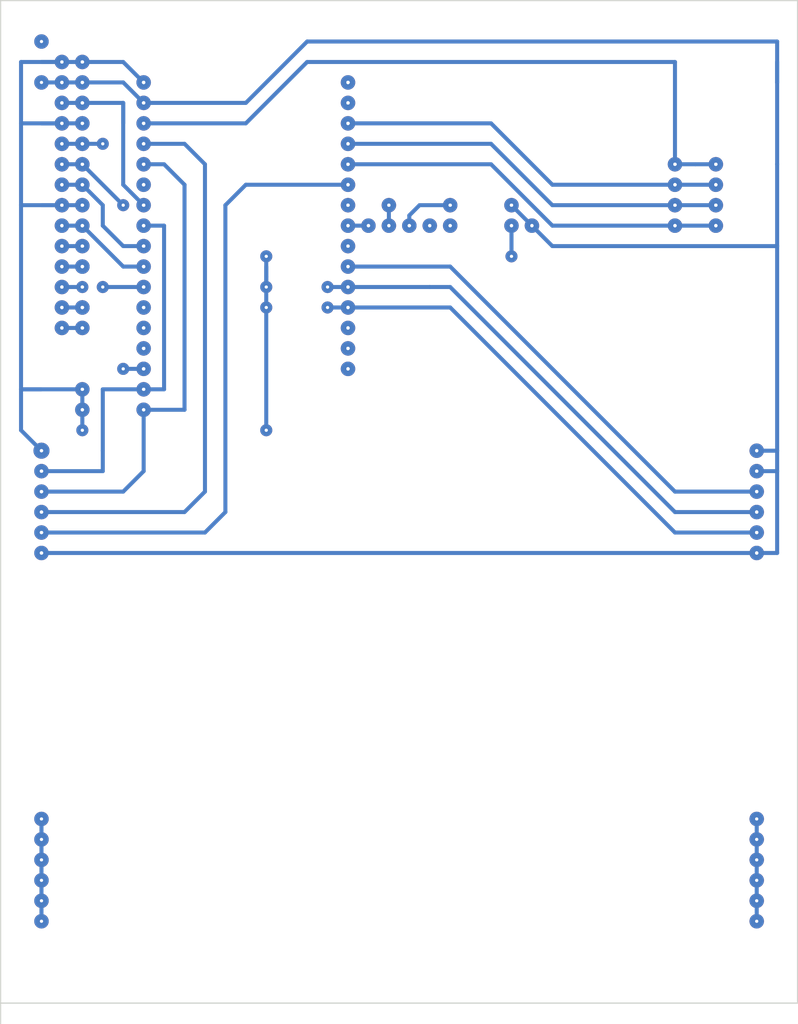
<source format=kicad_pcb>
(kicad_pcb (version 20171130) (host pcbnew "(5.0.1-3-g963ef8bb5)")

  (general
    (thickness 1.6)
    (drawings 4)
    (tracks 638)
    (zones 0)
    (modules 0)
    (nets 1)
  )

  (page A4)
  (layers
    (0 F.Cu signal)
    (31 B.Cu signal)
    (32 B.Adhes user)
    (33 F.Adhes user)
    (34 B.Paste user)
    (35 F.Paste user)
    (36 B.SilkS user)
    (37 F.SilkS user)
    (38 B.Mask user)
    (39 F.Mask user)
    (40 Dwgs.User user)
    (41 Cmts.User user)
    (42 Eco1.User user)
    (43 Eco2.User user)
    (44 Edge.Cuts user)
    (45 Margin user)
    (46 B.CrtYd user)
    (47 F.CrtYd user)
    (48 B.Fab user)
    (49 F.Fab user)
  )

  (setup
    (last_trace_width 0.5)
    (trace_clearance 0.2)
    (zone_clearance 0.508)
    (zone_45_only no)
    (trace_min 0.2)
    (segment_width 0.2)
    (edge_width 0.15)
    (via_size 1.8)
    (via_drill 0.4)
    (via_min_size 0.4)
    (via_min_drill 0.3)
    (uvia_size 0.3)
    (uvia_drill 0.1)
    (uvias_allowed no)
    (uvia_min_size 0.2)
    (uvia_min_drill 0.1)
    (pcb_text_width 0.3)
    (pcb_text_size 1.5 1.5)
    (mod_edge_width 0.15)
    (mod_text_size 1 1)
    (mod_text_width 0.15)
    (pad_size 1.524 1.524)
    (pad_drill 0.762)
    (pad_to_mask_clearance 0.051)
    (solder_mask_min_width 0.25)
    (aux_axis_origin 0 0)
    (visible_elements FFFFF77F)
    (pcbplotparams
      (layerselection 0x010fc_ffffffff)
      (usegerberextensions false)
      (usegerberattributes false)
      (usegerberadvancedattributes false)
      (creategerberjobfile false)
      (excludeedgelayer true)
      (linewidth 0.150000)
      (plotframeref false)
      (viasonmask false)
      (mode 1)
      (useauxorigin false)
      (hpglpennumber 1)
      (hpglpenspeed 20)
      (hpglpendiameter 15.000000)
      (psnegative false)
      (psa4output false)
      (plotreference true)
      (plotvalue true)
      (plotinvisibletext false)
      (padsonsilk false)
      (subtractmaskfromsilk false)
      (outputformat 1)
      (mirror false)
      (drillshape 1)
      (scaleselection 1)
      (outputdirectory ""))
  )

  (net 0 "")

  (net_class Default "This is the default net class."
    (clearance 0.2)
    (trace_width 0.5)
    (via_dia 1.8)
    (via_drill 0.4)
    (uvia_dia 0.3)
    (uvia_drill 0.1)
  )

  (net_class neti ""
    (clearance 0.2)
    (trace_width 0.5)
    (via_dia 3)
    (via_drill 0.4)
    (uvia_dia 0.3)
    (uvia_drill 0.1)
  )

  (gr_line (start 142.24 142.24) (end 43.18 142.24) (layer Edge.Cuts) (width 0.15))
  (gr_line (start 142.24 17.78) (end 142.24 142.24) (layer Edge.Cuts) (width 0.15))
  (gr_line (start 43.18 17.78) (end 142.24 17.78) (layer Edge.Cuts) (width 0.15))
  (gr_line (start 43.18 144.78) (end 43.18 17.78) (layer Edge.Cuts) (width 0.15))

  (via (at 60.96 27.94) (size 0.8) (drill 0.4) (layers F.Cu B.Cu) (net 0))
  (via (at 60.96 30.48) (size 0.8) (drill 0.4) (layers F.Cu B.Cu) (net 0))
  (via (at 60.96 33.02) (size 0.8) (drill 0.4) (layers F.Cu B.Cu) (net 0))
  (via (at 60.96 35.56) (size 0.8) (drill 0.4) (layers F.Cu B.Cu) (net 0))
  (via (at 60.96 38.1) (size 0.8) (drill 0.4) (layers F.Cu B.Cu) (net 0))
  (via (at 60.96 38.1) (size 0.8) (drill 0.4) (layers F.Cu B.Cu) (net 0) (tstamp 5C68311F))
  (via (at 60.96 38.1) (size 0.8) (drill 0.4) (layers F.Cu B.Cu) (net 0))
  (via (at 60.96 40.64) (size 0.8) (drill 0.4) (layers F.Cu B.Cu) (net 0))
  (via (at 60.96 43.18) (size 0.8) (drill 0.4) (layers F.Cu B.Cu) (net 0))
  (via (at 60.96 45.72) (size 0.8) (drill 0.4) (layers F.Cu B.Cu) (net 0))
  (via (at 60.96 48.26) (size 0.8) (drill 0.4) (layers F.Cu B.Cu) (net 0))
  (via (at 60.96 50.8) (size 0.8) (drill 0.4) (layers F.Cu B.Cu) (net 0))
  (via (at 60.96 53.34) (size 0.8) (drill 0.4) (layers F.Cu B.Cu) (net 0))
  (via (at 60.96 55.88) (size 0.8) (drill 0.4) (layers F.Cu B.Cu) (net 0))
  (via (at 60.96 58.42) (size 0.8) (drill 0.4) (layers F.Cu B.Cu) (net 0))
  (via (at 60.96 60.96) (size 0.8) (drill 0.4) (layers F.Cu B.Cu) (net 0))
  (via (at 60.96 63.5) (size 0.8) (drill 0.4) (layers F.Cu B.Cu) (net 0))
  (via (at 86.36 27.94) (size 0.8) (drill 0.4) (layers F.Cu B.Cu) (net 0))
  (via (at 86.36 30.48) (size 0.8) (drill 0.4) (layers F.Cu B.Cu) (net 0))
  (via (at 86.36 33.02) (size 0.8) (drill 0.4) (layers F.Cu B.Cu) (net 0))
  (via (at 86.36 35.56) (size 0.8) (drill 0.4) (layers F.Cu B.Cu) (net 0))
  (via (at 86.36 38.1) (size 0.8) (drill 0.4) (layers F.Cu B.Cu) (net 0))
  (via (at 86.36 40.64) (size 0.8) (drill 0.4) (layers F.Cu B.Cu) (net 0))
  (via (at 86.36 43.18) (size 0.8) (drill 0.4) (layers F.Cu B.Cu) (net 0))
  (via (at 86.36 45.72) (size 0.8) (drill 0.4) (layers F.Cu B.Cu) (net 0))
  (via (at 86.36 48.26) (size 0.8) (drill 0.4) (layers F.Cu B.Cu) (net 0))
  (via (at 86.36 50.8) (size 0.8) (drill 0.4) (layers F.Cu B.Cu) (net 0))
  (via (at 86.36 53.34) (size 0.8) (drill 0.4) (layers F.Cu B.Cu) (net 0))
  (via (at 86.36 55.88) (size 0.8) (drill 0.4) (layers F.Cu B.Cu) (net 0))
  (via (at 86.36 58.42) (size 0.8) (drill 0.4) (layers F.Cu B.Cu) (net 0))
  (via (at 86.36 60.96) (size 0.8) (drill 0.4) (layers F.Cu B.Cu) (net 0))
  (via (at 86.36 63.5) (size 0.8) (drill 0.4) (layers F.Cu B.Cu) (net 0))
  (via (at 53.34 25.4) (size 0.8) (drill 0.4) (layers F.Cu B.Cu) (net 0))
  (via (at 53.34 27.94) (size 0.8) (drill 0.4) (layers F.Cu B.Cu) (net 0))
  (via (at 53.34 30.48) (size 0.8) (drill 0.4) (layers F.Cu B.Cu) (net 0))
  (via (at 53.34 33.02) (size 0.8) (drill 0.4) (layers F.Cu B.Cu) (net 0))
  (via (at 53.34 35.56) (size 0.8) (drill 0.4) (layers F.Cu B.Cu) (net 0))
  (via (at 53.34 38.1) (size 0.8) (drill 0.4) (layers F.Cu B.Cu) (net 0))
  (via (at 53.34 40.64) (size 0.8) (drill 0.4) (layers F.Cu B.Cu) (net 0))
  (via (at 53.34 43.18) (size 0.8) (drill 0.4) (layers F.Cu B.Cu) (net 0))
  (via (at 53.34 45.72) (size 0.8) (drill 0.4) (layers F.Cu B.Cu) (net 0))
  (via (at 53.34 48.26) (size 0.8) (drill 0.4) (layers F.Cu B.Cu) (net 0))
  (via (at 53.34 50.8) (size 0.8) (drill 0.4) (layers F.Cu B.Cu) (net 0))
  (via (at 53.34 53.34) (size 0.8) (drill 0.4) (layers F.Cu B.Cu) (net 0))
  (via (at 53.34 55.88) (size 0.8) (drill 0.4) (layers F.Cu B.Cu) (net 0))
  (via (at 53.34 58.42) (size 0.8) (drill 0.4) (layers F.Cu B.Cu) (net 0))
  (segment (start 50.8 25.4) (end 50.8 25.4) (width 0.25) (layer B.Cu) (net 0) (tstamp 5C683492))
  (via (at 50.8 25.4) (size 0.8) (drill 0.4) (layers F.Cu B.Cu) (net 0))
  (via (at 50.8 27.94) (size 0.8) (drill 0.4) (layers F.Cu B.Cu) (net 0))
  (via (at 50.8 30.48) (size 0.8) (drill 0.4) (layers F.Cu B.Cu) (net 0))
  (via (at 50.8 33.02) (size 0.8) (drill 0.4) (layers F.Cu B.Cu) (net 0))
  (via (at 50.8 35.56) (size 0.8) (drill 0.4) (layers F.Cu B.Cu) (net 0))
  (via (at 50.8 38.1) (size 0.8) (drill 0.4) (layers F.Cu B.Cu) (net 0))
  (via (at 50.8 40.64) (size 0.8) (drill 0.4) (layers F.Cu B.Cu) (net 0))
  (via (at 50.8 43.18) (size 0.8) (drill 0.4) (layers F.Cu B.Cu) (net 0))
  (via (at 50.8 45.72) (size 0.8) (drill 0.4) (layers F.Cu B.Cu) (net 0))
  (via (at 50.8 48.26) (size 0.8) (drill 0.4) (layers F.Cu B.Cu) (net 0))
  (via (at 50.8 50.8) (size 0.8) (drill 0.4) (layers F.Cu B.Cu) (net 0))
  (via (at 50.8 53.34) (size 0.8) (drill 0.4) (layers F.Cu B.Cu) (net 0))
  (via (at 50.8 55.88) (size 0.8) (drill 0.4) (layers F.Cu B.Cu) (net 0))
  (via (at 50.8 58.42) (size 0.8) (drill 0.4) (layers F.Cu B.Cu) (net 0))
  (via (at 127 38.1) (size 0.8) (drill 0.4) (layers F.Cu B.Cu) (net 0))
  (via (at 127 40.64) (size 0.8) (drill 0.4) (layers F.Cu B.Cu) (net 0))
  (via (at 127 43.18) (size 0.8) (drill 0.4) (layers F.Cu B.Cu) (net 0))
  (via (at 127 45.72) (size 0.8) (drill 0.4) (layers F.Cu B.Cu) (net 0))
  (via (at 132.08 45.72) (size 0.8) (drill 0.4) (layers F.Cu B.Cu) (net 0))
  (via (at 132.08 43.18) (size 0.8) (drill 0.4) (layers F.Cu B.Cu) (net 0))
  (via (at 132.08 40.64) (size 0.8) (drill 0.4) (layers F.Cu B.Cu) (net 0))
  (via (at 132.08 38.1) (size 0.8) (drill 0.4) (layers F.Cu B.Cu) (net 0))
  (via (at 48.26 76.2) (size 0.8) (drill 0.4) (layers F.Cu B.Cu) (net 0))
  (via (at 48.26 78.74) (size 0.8) (drill 0.4) (layers F.Cu B.Cu) (net 0))
  (via (at 48.26 81.28) (size 0.8) (drill 0.4) (layers F.Cu B.Cu) (net 0))
  (via (at 48.26 83.82) (size 0.8) (drill 0.4) (layers F.Cu B.Cu) (net 0))
  (via (at 48.26 86.36) (size 0.8) (drill 0.4) (layers F.Cu B.Cu) (net 0))
  (via (at 137.16 76.2) (size 0.8) (drill 0.4) (layers F.Cu B.Cu) (net 0))
  (via (at 137.16 78.74) (size 0.8) (drill 0.4) (layers F.Cu B.Cu) (net 0))
  (via (at 137.16 81.28) (size 0.8) (drill 0.4) (layers F.Cu B.Cu) (net 0))
  (via (at 137.16 83.82) (size 0.8) (drill 0.4) (layers F.Cu B.Cu) (net 0))
  (via (at 137.16 86.36) (size 0.8) (drill 0.4) (layers F.Cu B.Cu) (net 0))
  (via (at 48.26 78.74) (size 0.8) (drill 0.4) (layers F.Cu B.Cu) (net 0) (tstamp 5C6836AE))
  (via (at 48.26 78.74) (size 0.8) (drill 0.4) (layers F.Cu B.Cu) (net 0))
  (via (at 60.96 63.5) (size 0.8) (drill 0.4) (layers F.Cu B.Cu) (net 0) (tstamp 5C6837BA))
  (via (at 60.96 63.5) (size 1.2) (drill 0.4) (layers F.Cu B.Cu) (net 0))
  (via (at 60.96 60.96) (size 0.8) (drill 0.4) (layers F.Cu B.Cu) (net 0) (tstamp 5C6837BC))
  (via (at 60.96 60.96) (size 1.2) (drill 0.4) (layers F.Cu B.Cu) (net 0))
  (via (at 60.96 27.94) (size 0.8) (drill 0.4) (layers F.Cu B.Cu) (net 0) (tstamp 5C6837BF))
  (via (at 60.96 27.94) (size 1.2) (drill 0.4) (layers F.Cu B.Cu) (net 0))
  (via (at 60.96 30.48) (size 0.8) (drill 0.4) (layers F.Cu B.Cu) (net 0) (tstamp 5C6837C1))
  (via (at 60.96 30.48) (size 1.2) (drill 0.4) (layers F.Cu B.Cu) (net 0))
  (via (at 60.96 33.02) (size 0.8) (drill 0.4) (layers F.Cu B.Cu) (net 0) (tstamp 5C6837C3))
  (via (at 60.96 33.02) (size 1.2) (drill 0.4) (layers F.Cu B.Cu) (net 0))
  (via (at 60.96 35.56) (size 0.8) (drill 0.4) (layers F.Cu B.Cu) (net 0) (tstamp 5C6837C5))
  (via (at 60.96 35.56) (size 1.2) (drill 0.4) (layers F.Cu B.Cu) (net 0))
  (via (at 60.96 38.1) (size 0.8) (drill 0.4) (layers F.Cu B.Cu) (net 0) (tstamp 5C6837C7))
  (via (at 60.96 38.1) (size 1.2) (drill 0.4) (layers F.Cu B.Cu) (net 0))
  (via (at 60.96 40.64) (size 0.8) (drill 0.4) (layers F.Cu B.Cu) (net 0) (tstamp 5C6837C9))
  (via (at 60.96 40.64) (size 1.2) (drill 0.4) (layers F.Cu B.Cu) (net 0))
  (via (at 60.96 43.18) (size 0.8) (drill 0.4) (layers F.Cu B.Cu) (net 0) (tstamp 5C6837CB))
  (via (at 60.96 43.18) (size 1.2) (drill 0.4) (layers F.Cu B.Cu) (net 0))
  (via (at 60.96 45.72) (size 0.8) (drill 0.4) (layers F.Cu B.Cu) (net 0) (tstamp 5C6837CD))
  (via (at 60.96 45.72) (size 1.2) (drill 0.4) (layers F.Cu B.Cu) (net 0))
  (via (at 60.96 48.26) (size 0.8) (drill 0.4) (layers F.Cu B.Cu) (net 0) (tstamp 5C6837CF))
  (via (at 60.96 48.26) (size 1.2) (drill 0.4) (layers F.Cu B.Cu) (net 0))
  (via (at 60.96 50.8) (size 0.8) (drill 0.4) (layers F.Cu B.Cu) (net 0) (tstamp 5C6837D1))
  (via (at 60.96 50.8) (size 1.2) (drill 0.4) (layers F.Cu B.Cu) (net 0))
  (via (at 60.96 53.34) (size 0.8) (drill 0.4) (layers F.Cu B.Cu) (net 0) (tstamp 5C6837D3))
  (via (at 60.96 53.34) (size 1.2) (drill 0.4) (layers F.Cu B.Cu) (net 0))
  (via (at 60.96 55.88) (size 0.8) (drill 0.4) (layers F.Cu B.Cu) (net 0) (tstamp 5C6837D5))
  (via (at 60.96 55.88) (size 1.2) (drill 0.4) (layers F.Cu B.Cu) (net 0))
  (via (at 60.96 58.42) (size 0.8) (drill 0.4) (layers F.Cu B.Cu) (net 0) (tstamp 5C6837D7))
  (via (at 60.96 58.42) (size 1.2) (drill 0.4) (layers F.Cu B.Cu) (net 0))
  (via (at 60.96 60.96) (size 0.8) (drill 0.4) (layers F.Cu B.Cu) (net 0) (tstamp 5C6837D9))
  (via (at 60.96 60.96) (size 1.2) (drill 0.4) (layers F.Cu B.Cu) (net 0))
  (via (at 86.36 27.94) (size 0.8) (drill 0.4) (layers F.Cu B.Cu) (net 0) (tstamp 5C6837DB))
  (via (at 86.36 27.94) (size 1.2) (drill 0.4) (layers F.Cu B.Cu) (net 0))
  (via (at 86.36 30.48) (size 0.8) (drill 0.4) (layers F.Cu B.Cu) (net 0) (tstamp 5C6837DD))
  (via (at 86.36 30.48) (size 1.2) (drill 0.4) (layers F.Cu B.Cu) (net 0))
  (via (at 86.36 33.02) (size 0.8) (drill 0.4) (layers F.Cu B.Cu) (net 0) (tstamp 5C6837DF))
  (via (at 86.36 33.02) (size 1.2) (drill 0.4) (layers F.Cu B.Cu) (net 0))
  (via (at 86.36 35.56) (size 0.8) (drill 0.4) (layers F.Cu B.Cu) (net 0) (tstamp 5C6837E1))
  (via (at 86.36 35.56) (size 1.2) (drill 0.4) (layers F.Cu B.Cu) (net 0))
  (via (at 86.36 38.1) (size 0.8) (drill 0.4) (layers F.Cu B.Cu) (net 0) (tstamp 5C6837E3))
  (via (at 86.36 38.1) (size 1.2) (drill 0.4) (layers F.Cu B.Cu) (net 0))
  (via (at 86.36 40.64) (size 0.8) (drill 0.4) (layers F.Cu B.Cu) (net 0) (tstamp 5C6837E5))
  (via (at 86.36 40.64) (size 1.2) (drill 0.4) (layers F.Cu B.Cu) (net 0))
  (via (at 60.96 63.5) (size 0.8) (drill 0.4) (layers F.Cu B.Cu) (net 0) (tstamp 5C6837EF))
  (via (at 60.96 63.5) (size 1.2) (drill 0.4) (layers F.Cu B.Cu) (net 0))
  (via (at 60.96 63.5) (size 0.8) (drill 0.4) (layers F.Cu B.Cu) (net 0) (tstamp 5C6837F3))
  (via (at 60.96 63.5) (size 1.5) (drill 0.4) (layers F.Cu B.Cu) (net 0))
  (via (at 60.96 60.96) (size 0.8) (drill 0.4) (layers F.Cu B.Cu) (net 0) (tstamp 5C6837F5))
  (via (at 60.96 60.96) (size 1.5) (drill 0.4) (layers F.Cu B.Cu) (net 0))
  (via (at 60.96 60.96) (size 0.8) (drill 0.4) (layers F.Cu B.Cu) (net 0) (tstamp 5C6837F7))
  (via (at 60.96 60.96) (size 1.5) (drill 0.4) (layers F.Cu B.Cu) (net 0))
  (via (at 60.96 58.42) (size 0.8) (drill 0.4) (layers F.Cu B.Cu) (net 0) (tstamp 5C6837F9))
  (via (at 60.96 58.42) (size 1.5) (drill 0.4) (layers F.Cu B.Cu) (net 0))
  (via (at 60.96 55.88) (size 0.8) (drill 0.4) (layers F.Cu B.Cu) (net 0) (tstamp 5C6837FB))
  (via (at 60.96 55.88) (size 1.5) (drill 0.4) (layers F.Cu B.Cu) (net 0))
  (via (at 60.96 53.34) (size 0.8) (drill 0.4) (layers F.Cu B.Cu) (net 0) (tstamp 5C6837FD))
  (via (at 60.96 53.34) (size 1.5) (drill 0.4) (layers F.Cu B.Cu) (net 0))
  (via (at 60.96 50.8) (size 0.8) (drill 0.4) (layers F.Cu B.Cu) (net 0) (tstamp 5C6837FF))
  (via (at 60.96 50.8) (size 1.5) (drill 0.4) (layers F.Cu B.Cu) (net 0))
  (via (at 60.96 48.26) (size 0.8) (drill 0.4) (layers F.Cu B.Cu) (net 0) (tstamp 5C683801))
  (via (at 60.96 48.26) (size 1.5) (drill 0.4) (layers F.Cu B.Cu) (net 0))
  (via (at 60.96 45.72) (size 0.8) (drill 0.4) (layers F.Cu B.Cu) (net 0) (tstamp 5C683803))
  (via (at 60.96 45.72) (size 1.5) (drill 0.4) (layers F.Cu B.Cu) (net 0))
  (via (at 60.96 43.18) (size 0.8) (drill 0.4) (layers F.Cu B.Cu) (net 0) (tstamp 5C683805))
  (via (at 60.96 43.18) (size 1.5) (drill 0.4) (layers F.Cu B.Cu) (net 0))
  (via (at 60.96 40.64) (size 0.8) (drill 0.4) (layers F.Cu B.Cu) (net 0) (tstamp 5C683807))
  (via (at 60.96 40.64) (size 1.5) (drill 0.4) (layers F.Cu B.Cu) (net 0))
  (via (at 60.96 38.1) (size 0.8) (drill 0.4) (layers F.Cu B.Cu) (net 0) (tstamp 5C683809))
  (via (at 60.96 38.1) (size 1.5) (drill 0.4) (layers F.Cu B.Cu) (net 0))
  (via (at 60.96 35.56) (size 0.8) (drill 0.4) (layers F.Cu B.Cu) (net 0) (tstamp 5C68380B))
  (via (at 60.96 35.56) (size 1.5) (drill 0.4) (layers F.Cu B.Cu) (net 0))
  (via (at 60.96 33.02) (size 0.8) (drill 0.4) (layers F.Cu B.Cu) (net 0) (tstamp 5C68380D))
  (via (at 60.96 33.02) (size 1.5) (drill 0.4) (layers F.Cu B.Cu) (net 0))
  (via (at 60.96 30.48) (size 0.8) (drill 0.4) (layers F.Cu B.Cu) (net 0) (tstamp 5C68380F))
  (via (at 60.96 30.48) (size 1.5) (drill 0.4) (layers F.Cu B.Cu) (net 0))
  (via (at 60.96 27.94) (size 0.8) (drill 0.4) (layers F.Cu B.Cu) (net 0) (tstamp 5C683811))
  (via (at 60.96 27.94) (size 1.5) (drill 0.4) (layers F.Cu B.Cu) (net 0))
  (via (at 53.34 25.4) (size 0.8) (drill 0.4) (layers F.Cu B.Cu) (net 0) (tstamp 5C683813))
  (via (at 53.34 25.4) (size 1.5) (drill 0.4) (layers F.Cu B.Cu) (net 0))
  (via (at 53.34 27.94) (size 0.8) (drill 0.4) (layers F.Cu B.Cu) (net 0) (tstamp 5C683815))
  (via (at 53.34 27.94) (size 1.5) (drill 0.4) (layers F.Cu B.Cu) (net 0))
  (via (at 53.34 30.48) (size 0.8) (drill 0.4) (layers F.Cu B.Cu) (net 0) (tstamp 5C683817))
  (via (at 53.34 30.48) (size 1.5) (drill 0.4) (layers F.Cu B.Cu) (net 0))
  (via (at 53.34 33.02) (size 0.8) (drill 0.4) (layers F.Cu B.Cu) (net 0) (tstamp 5C683819))
  (via (at 53.34 33.02) (size 1.5) (drill 0.4) (layers F.Cu B.Cu) (net 0))
  (via (at 53.34 35.56) (size 0.8) (drill 0.4) (layers F.Cu B.Cu) (net 0) (tstamp 5C68381B))
  (via (at 53.34 35.56) (size 1.5) (drill 0.4) (layers F.Cu B.Cu) (net 0))
  (via (at 53.34 38.1) (size 0.8) (drill 0.4) (layers F.Cu B.Cu) (net 0) (tstamp 5C68381D))
  (via (at 53.34 38.1) (size 1.5) (drill 0.4) (layers F.Cu B.Cu) (net 0))
  (via (at 53.34 40.64) (size 0.8) (drill 0.4) (layers F.Cu B.Cu) (net 0) (tstamp 5C68381F))
  (via (at 53.34 40.64) (size 1.5) (drill 0.4) (layers F.Cu B.Cu) (net 0))
  (via (at 53.34 43.18) (size 0.8) (drill 0.4) (layers F.Cu B.Cu) (net 0) (tstamp 5C683821))
  (via (at 53.34 43.18) (size 1.5) (drill 0.4) (layers F.Cu B.Cu) (net 0))
  (via (at 53.34 45.72) (size 0.8) (drill 0.4) (layers F.Cu B.Cu) (net 0) (tstamp 5C683823))
  (via (at 53.34 45.72) (size 1.5) (drill 0.4) (layers F.Cu B.Cu) (net 0))
  (via (at 53.34 48.26) (size 0.8) (drill 0.4) (layers F.Cu B.Cu) (net 0) (tstamp 5C683825))
  (via (at 53.34 48.26) (size 1.5) (drill 0.4) (layers F.Cu B.Cu) (net 0))
  (via (at 53.34 50.8) (size 0.8) (drill 0.4) (layers F.Cu B.Cu) (net 0) (tstamp 5C683827))
  (via (at 53.34 50.8) (size 1.5) (drill 0.4) (layers F.Cu B.Cu) (net 0))
  (via (at 53.34 53.34) (size 0.8) (drill 0.4) (layers F.Cu B.Cu) (net 0) (tstamp 5C683829))
  (via (at 53.34 53.34) (size 1.5) (drill 0.4) (layers F.Cu B.Cu) (net 0))
  (via (at 53.34 55.88) (size 0.8) (drill 0.4) (layers F.Cu B.Cu) (net 0) (tstamp 5C68382B))
  (via (at 53.34 55.88) (size 1.5) (drill 0.4) (layers F.Cu B.Cu) (net 0))
  (via (at 53.34 58.42) (size 0.8) (drill 0.4) (layers F.Cu B.Cu) (net 0) (tstamp 5C68382D))
  (via (at 53.34 58.42) (size 1.5) (drill 0.4) (layers F.Cu B.Cu) (net 0))
  (segment (start 50.8 25.4) (end 50.8 25.4) (width 0.25) (layer B.Cu) (net 0) (tstamp 5C68382F))
  (via (at 50.8 25.4) (size 1.5) (drill 0.4) (layers F.Cu B.Cu) (net 0))
  (via (at 50.8 27.94) (size 0.8) (drill 0.4) (layers F.Cu B.Cu) (net 0) (tstamp 5C683831))
  (via (at 50.8 27.94) (size 1.5) (drill 0.4) (layers F.Cu B.Cu) (net 0))
  (via (at 50.8 30.48) (size 0.8) (drill 0.4) (layers F.Cu B.Cu) (net 0) (tstamp 5C683833))
  (via (at 50.8 30.48) (size 1.5) (drill 0.4) (layers F.Cu B.Cu) (net 0))
  (via (at 50.8 33.02) (size 0.8) (drill 0.4) (layers F.Cu B.Cu) (net 0) (tstamp 5C683835))
  (via (at 50.8 33.02) (size 1.5) (drill 0.4) (layers F.Cu B.Cu) (net 0))
  (via (at 50.8 35.56) (size 0.8) (drill 0.4) (layers F.Cu B.Cu) (net 0) (tstamp 5C683837))
  (via (at 50.8 35.56) (size 1.5) (drill 0.4) (layers F.Cu B.Cu) (net 0))
  (via (at 50.8 38.1) (size 0.8) (drill 0.4) (layers F.Cu B.Cu) (net 0) (tstamp 5C683839))
  (via (at 50.8 38.1) (size 1.5) (drill 0.4) (layers F.Cu B.Cu) (net 0))
  (via (at 50.8 40.64) (size 0.8) (drill 0.4) (layers F.Cu B.Cu) (net 0) (tstamp 5C68383B))
  (via (at 50.8 40.64) (size 1.5) (drill 0.4) (layers F.Cu B.Cu) (net 0))
  (via (at 50.8 43.18) (size 0.8) (drill 0.4) (layers F.Cu B.Cu) (net 0) (tstamp 5C68383D))
  (via (at 50.8 43.18) (size 1.5) (drill 0.4) (layers F.Cu B.Cu) (net 0))
  (via (at 50.8 45.72) (size 0.8) (drill 0.4) (layers F.Cu B.Cu) (net 0) (tstamp 5C68383F))
  (via (at 50.8 45.72) (size 1.5) (drill 0.4) (layers F.Cu B.Cu) (net 0))
  (via (at 50.8 48.26) (size 0.8) (drill 0.4) (layers F.Cu B.Cu) (net 0) (tstamp 5C683841))
  (via (at 50.8 48.26) (size 1.5) (drill 0.4) (layers F.Cu B.Cu) (net 0))
  (via (at 50.8 50.8) (size 0.8) (drill 0.4) (layers F.Cu B.Cu) (net 0) (tstamp 5C683843))
  (via (at 50.8 50.8) (size 1.5) (drill 0.4) (layers F.Cu B.Cu) (net 0))
  (via (at 50.8 53.34) (size 0.8) (drill 0.4) (layers F.Cu B.Cu) (net 0) (tstamp 5C683845))
  (via (at 50.8 53.34) (size 1.5) (drill 0.4) (layers F.Cu B.Cu) (net 0))
  (via (at 50.8 55.88) (size 0.8) (drill 0.4) (layers F.Cu B.Cu) (net 0) (tstamp 5C683847))
  (via (at 50.8 55.88) (size 1.5) (drill 0.4) (layers F.Cu B.Cu) (net 0))
  (via (at 50.8 58.42) (size 0.8) (drill 0.4) (layers F.Cu B.Cu) (net 0) (tstamp 5C683849))
  (via (at 50.8 58.42) (size 1.5) (drill 0.4) (layers F.Cu B.Cu) (net 0))
  (via (at 86.36 27.94) (size 0.8) (drill 0.4) (layers F.Cu B.Cu) (net 0) (tstamp 5C68384B))
  (via (at 86.36 27.94) (size 1.5) (drill 0.4) (layers F.Cu B.Cu) (net 0))
  (via (at 86.36 30.48) (size 0.8) (drill 0.4) (layers F.Cu B.Cu) (net 0) (tstamp 5C68384D))
  (via (at 86.36 30.48) (size 1.5) (drill 0.4) (layers F.Cu B.Cu) (net 0))
  (via (at 86.36 33.02) (size 0.8) (drill 0.4) (layers F.Cu B.Cu) (net 0) (tstamp 5C68384F))
  (via (at 86.36 33.02) (size 1.5) (drill 0.4) (layers F.Cu B.Cu) (net 0))
  (via (at 86.36 35.56) (size 0.8) (drill 0.4) (layers F.Cu B.Cu) (net 0) (tstamp 5C683851))
  (via (at 86.36 35.56) (size 1.5) (drill 0.4) (layers F.Cu B.Cu) (net 0))
  (via (at 86.36 38.1) (size 0.8) (drill 0.4) (layers F.Cu B.Cu) (net 0) (tstamp 5C683853))
  (via (at 86.36 38.1) (size 1.5) (drill 0.4) (layers F.Cu B.Cu) (net 0))
  (via (at 86.36 40.64) (size 0.8) (drill 0.4) (layers F.Cu B.Cu) (net 0) (tstamp 5C683855))
  (via (at 86.36 40.64) (size 1.5) (drill 0.4) (layers F.Cu B.Cu) (net 0))
  (via (at 86.36 43.18) (size 0.8) (drill 0.4) (layers F.Cu B.Cu) (net 0) (tstamp 5C683857))
  (via (at 86.36 43.18) (size 1.5) (drill 0.4) (layers F.Cu B.Cu) (net 0))
  (via (at 86.36 45.72) (size 0.8) (drill 0.4) (layers F.Cu B.Cu) (net 0) (tstamp 5C683859))
  (via (at 86.36 45.72) (size 1.5) (drill 0.4) (layers F.Cu B.Cu) (net 0))
  (via (at 86.36 48.26) (size 0.8) (drill 0.4) (layers F.Cu B.Cu) (net 0) (tstamp 5C68385B))
  (via (at 86.36 48.26) (size 1.5) (drill 0.4) (layers F.Cu B.Cu) (net 0))
  (via (at 86.36 50.8) (size 0.8) (drill 0.4) (layers F.Cu B.Cu) (net 0) (tstamp 5C68385D))
  (via (at 86.36 50.8) (size 1.5) (drill 0.4) (layers F.Cu B.Cu) (net 0))
  (via (at 86.36 53.34) (size 0.8) (drill 0.4) (layers F.Cu B.Cu) (net 0) (tstamp 5C68385F))
  (via (at 86.36 53.34) (size 1.5) (drill 0.4) (layers F.Cu B.Cu) (net 0))
  (via (at 86.36 55.88) (size 0.8) (drill 0.4) (layers F.Cu B.Cu) (net 0) (tstamp 5C683861))
  (via (at 86.36 55.88) (size 1.5) (drill 0.4) (layers F.Cu B.Cu) (net 0))
  (via (at 86.36 58.42) (size 0.8) (drill 0.4) (layers F.Cu B.Cu) (net 0) (tstamp 5C683863))
  (via (at 86.36 58.42) (size 1.5) (drill 0.4) (layers F.Cu B.Cu) (net 0))
  (via (at 86.36 60.96) (size 0.8) (drill 0.4) (layers F.Cu B.Cu) (net 0) (tstamp 5C683865))
  (via (at 86.36 60.96) (size 1.5) (drill 0.4) (layers F.Cu B.Cu) (net 0))
  (via (at 86.36 63.5) (size 0.8) (drill 0.4) (layers F.Cu B.Cu) (net 0) (tstamp 5C683867))
  (via (at 86.36 63.5) (size 1.5) (drill 0.4) (layers F.Cu B.Cu) (net 0))
  (via (at 127 38.1) (size 0.8) (drill 0.4) (layers F.Cu B.Cu) (net 0) (tstamp 5C683869))
  (via (at 127 38.1) (size 1.5) (drill 0.4) (layers F.Cu B.Cu) (net 0))
  (via (at 127 40.64) (size 0.8) (drill 0.4) (layers F.Cu B.Cu) (net 0) (tstamp 5C68386B))
  (via (at 127 40.64) (size 1.5) (drill 0.4) (layers F.Cu B.Cu) (net 0))
  (via (at 127 43.18) (size 0.8) (drill 0.4) (layers F.Cu B.Cu) (net 0) (tstamp 5C68386D))
  (via (at 127 43.18) (size 1.5) (drill 0.4) (layers F.Cu B.Cu) (net 0))
  (via (at 127 45.72) (size 0.8) (drill 0.4) (layers F.Cu B.Cu) (net 0) (tstamp 5C68386F))
  (via (at 127 45.72) (size 1.5) (drill 0.4) (layers F.Cu B.Cu) (net 0))
  (via (at 132.08 45.72) (size 0.8) (drill 0.4) (layers F.Cu B.Cu) (net 0) (tstamp 5C683871))
  (via (at 132.08 45.72) (size 1.5) (drill 0.4) (layers F.Cu B.Cu) (net 0))
  (via (at 132.08 43.18) (size 0.8) (drill 0.4) (layers F.Cu B.Cu) (net 0) (tstamp 5C683873))
  (via (at 132.08 43.18) (size 1.5) (drill 0.4) (layers F.Cu B.Cu) (net 0))
  (via (at 132.08 40.64) (size 0.8) (drill 0.4) (layers F.Cu B.Cu) (net 0) (tstamp 5C683875))
  (via (at 132.08 40.64) (size 1.5) (drill 0.4) (layers F.Cu B.Cu) (net 0))
  (via (at 132.08 38.1) (size 0.8) (drill 0.4) (layers F.Cu B.Cu) (net 0) (tstamp 5C683877))
  (via (at 132.08 38.1) (size 1.5) (drill 0.4) (layers F.Cu B.Cu) (net 0))
  (via (at 137.16 76.2) (size 0.8) (drill 0.4) (layers F.Cu B.Cu) (net 0) (tstamp 5C683879))
  (via (at 137.16 76.2) (size 1.5) (drill 0.4) (layers F.Cu B.Cu) (net 0))
  (via (at 137.16 78.74) (size 0.8) (drill 0.4) (layers F.Cu B.Cu) (net 0) (tstamp 5C68387B))
  (via (at 137.16 78.74) (size 1.5) (drill 0.4) (layers F.Cu B.Cu) (net 0))
  (via (at 137.16 81.28) (size 0.8) (drill 0.4) (layers F.Cu B.Cu) (net 0) (tstamp 5C68387D))
  (via (at 137.16 81.28) (size 1.5) (drill 0.4) (layers F.Cu B.Cu) (net 0))
  (via (at 137.16 83.82) (size 0.8) (drill 0.4) (layers F.Cu B.Cu) (net 0) (tstamp 5C68387F))
  (via (at 137.16 83.82) (size 1.5) (drill 0.4) (layers F.Cu B.Cu) (net 0))
  (via (at 137.16 86.36) (size 0.8) (drill 0.4) (layers F.Cu B.Cu) (net 0) (tstamp 5C683881))
  (via (at 137.16 86.36) (size 1.5) (drill 0.4) (layers F.Cu B.Cu) (net 0))
  (via (at 48.26 76.2) (size 0.8) (drill 0.4) (layers F.Cu B.Cu) (net 0) (tstamp 5C683885))
  (via (at 48.26 73.66) (size 1.5) (drill 0.4) (layers F.Cu B.Cu) (net 0))
  (via (at 48.26 78.74) (size 0.8) (drill 0.4) (layers F.Cu B.Cu) (net 0) (tstamp 5C683887))
  (via (at 48.26 78.74) (size 1.5) (drill 0.4) (layers F.Cu B.Cu) (net 0))
  (via (at 48.26 81.28) (size 0.8) (drill 0.4) (layers F.Cu B.Cu) (net 0) (tstamp 5C683889))
  (via (at 48.26 81.28) (size 1.5) (drill 0.4) (layers F.Cu B.Cu) (net 0))
  (via (at 48.26 83.82) (size 0.8) (drill 0.4) (layers F.Cu B.Cu) (net 0) (tstamp 5C68388B))
  (via (at 48.26 83.82) (size 1.5) (drill 0.4) (layers F.Cu B.Cu) (net 0))
  (via (at 48.26 86.36) (size 0.8) (drill 0.4) (layers F.Cu B.Cu) (net 0) (tstamp 5C68388D))
  (via (at 48.26 86.36) (size 1.5) (drill 0.4) (layers F.Cu B.Cu) (net 0))
  (segment (start 50.8 25.4) (end 53.34 25.4) (width 0.5) (layer B.Cu) (net 0))
  (segment (start 50.8 27.94) (end 53.34 27.94) (width 0.5) (layer B.Cu) (net 0))
  (segment (start 50.8 30.48) (end 53.34 30.48) (width 0.5) (layer B.Cu) (net 0))
  (segment (start 50.8 33.02) (end 53.34 33.02) (width 0.5) (layer B.Cu) (net 0))
  (segment (start 53.34 25.4) (end 58.42 25.4) (width 0.5) (layer B.Cu) (net 0))
  (segment (start 58.42 25.4) (end 60.96 27.94) (width 0.5) (layer B.Cu) (net 0))
  (segment (start 53.34 27.94) (end 58.42 27.94) (width 0.5) (layer B.Cu) (net 0))
  (segment (start 58.42 27.94) (end 60.96 30.48) (width 0.5) (layer B.Cu) (net 0))
  (segment (start 50.8 35.56) (end 53.34 35.56) (width 0.5) (layer B.Cu) (net 0))
  (segment (start 50.8 38.1) (end 53.34 38.1) (width 0.5) (layer B.Cu) (net 0))
  (segment (start 50.8 40.64) (end 53.34 40.64) (width 0.5) (layer B.Cu) (net 0))
  (segment (start 50.8 43.18) (end 53.34 43.18) (width 0.5) (layer B.Cu) (net 0))
  (segment (start 50.8 45.72) (end 53.34 45.72) (width 0.5) (layer B.Cu) (net 0))
  (segment (start 50.8 48.26) (end 53.34 48.26) (width 0.5) (layer B.Cu) (net 0))
  (segment (start 50.8 50.8) (end 53.34 50.8) (width 0.5) (layer B.Cu) (net 0))
  (segment (start 50.8 53.34) (end 53.34 53.34) (width 0.5) (layer B.Cu) (net 0))
  (segment (start 50.8 55.88) (end 53.34 55.88) (width 0.5) (layer B.Cu) (net 0))
  (segment (start 50.8 58.42) (end 53.34 58.42) (width 0.5) (layer B.Cu) (net 0))
  (segment (start 48.26 25.4) (end 50.8 25.4) (width 0.5) (layer B.Cu) (net 0))
  (segment (start 50.8 33.02) (end 48.26 33.02) (width 0.5) (layer B.Cu) (net 0))
  (segment (start 50.8 43.18) (end 48.26 43.18) (width 0.5) (layer B.Cu) (net 0))
  (segment (start 53.34 30.48) (end 58.42 30.48) (width 0.5) (layer B.Cu) (net 0))
  (segment (start 58.42 30.48) (end 58.42 33.02) (width 0.5) (layer B.Cu) (net 0))
  (segment (start 58.42 40.64) (end 60.96 43.18) (width 0.5) (layer B.Cu) (net 0))
  (segment (start 58.42 30.48) (end 58.42 40.64) (width 0.5) (layer B.Cu) (net 0))
  (segment (start 60.96 33.02) (end 73.66 33.02) (width 0.5) (layer B.Cu) (net 0))
  (segment (start 73.66 33.02) (end 81.28 25.4) (width 0.5) (layer B.Cu) (net 0))
  (segment (start 81.28 25.4) (end 127 25.4) (width 0.5) (layer B.Cu) (net 0))
  (segment (start 127 25.4) (end 127 38.1) (width 0.5) (layer B.Cu) (net 0))
  (segment (start 129.54 38.1) (end 127 38.1) (width 0.5) (layer B.Cu) (net 0))
  (segment (start 132.08 38.1) (end 129.54 38.1) (width 0.5) (layer B.Cu) (net 0))
  (segment (start 127 40.64) (end 132.08 40.64) (width 0.5) (layer B.Cu) (net 0))
  (segment (start 127 43.18) (end 132.08 43.18) (width 0.5) (layer B.Cu) (net 0))
  (segment (start 127 45.72) (end 132.08 45.72) (width 0.5) (layer B.Cu) (net 0))
  (segment (start 60.96 30.48) (end 73.66 30.48) (width 0.5) (layer B.Cu) (net 0))
  (segment (start 73.66 30.48) (end 81.28 22.86) (width 0.5) (layer B.Cu) (net 0))
  (segment (start 81.28 22.86) (end 139.7 22.86) (width 0.5) (layer B.Cu) (net 0))
  (segment (start 139.7 22.86) (end 139.7 27.94) (width 0.5) (layer B.Cu) (net 0))
  (segment (start 139.7 27.94) (end 139.7 25.4) (width 0.5) (layer B.Cu) (net 0))
  (segment (start 139.7 38.1) (end 139.7 27.94) (width 0.5) (layer B.Cu) (net 0))
  (segment (start 111.76 40.64) (end 127 40.64) (width 0.5) (layer B.Cu) (net 0))
  (segment (start 104.14 33.02) (end 111.76 40.64) (width 0.5) (layer B.Cu) (net 0))
  (segment (start 111.76 43.18) (end 127 43.18) (width 0.5) (layer B.Cu) (net 0))
  (segment (start 104.14 35.56) (end 111.76 43.18) (width 0.5) (layer B.Cu) (net 0))
  (segment (start 104.14 38.1) (end 111.76 45.72) (width 0.5) (layer B.Cu) (net 0))
  (segment (start 111.76 45.72) (end 127 45.72) (width 0.5) (layer B.Cu) (net 0))
  (segment (start 86.36 53.34) (end 96.52 53.34) (width 0.5) (layer B.Cu) (net 0))
  (via (at 48.26 76.2) (size 0.8) (drill 0.4) (layers F.Cu B.Cu) (net 0) (tstamp 5C6842EE))
  (via (at 48.26 76.2) (size 1.5) (drill 0.4) (layers F.Cu B.Cu) (net 0))
  (via (at 137.16 73.66) (size 1.5) (drill 0.4) (layers F.Cu B.Cu) (net 0))
  (segment (start 139.7 73.66) (end 139.7 76.2) (width 0.5) (layer B.Cu) (net 0))
  (segment (start 99.06 50.8) (end 127 78.74) (width 0.5) (layer B.Cu) (net 0))
  (segment (start 86.36 50.8) (end 99.06 50.8) (width 0.5) (layer B.Cu) (net 0))
  (segment (start 96.52 53.34) (end 99.06 53.34) (width 0.5) (layer B.Cu) (net 0))
  (segment (start 99.06 53.34) (end 127 81.28) (width 0.5) (layer B.Cu) (net 0))
  (segment (start 99.06 55.88) (end 127 83.82) (width 0.5) (layer B.Cu) (net 0))
  (segment (start 66.04 40.64) (end 66.04 68.58) (width 0.5) (layer B.Cu) (net 0))
  (segment (start 63.5 38.1) (end 66.04 40.64) (width 0.5) (layer B.Cu) (net 0))
  (segment (start 60.96 38.1) (end 63.5 38.1) (width 0.5) (layer B.Cu) (net 0))
  (segment (start 60.96 45.72) (end 63.5 45.72) (width 0.5) (layer B.Cu) (net 0))
  (segment (start 63.5 45.72) (end 63.5 66.04) (width 0.5) (layer B.Cu) (net 0))
  (segment (start 60.96 48.26) (end 58.42 48.26) (width 0.5) (layer B.Cu) (net 0))
  (segment (start 58.42 48.26) (end 55.88 45.72) (width 0.5) (layer B.Cu) (net 0))
  (segment (start 55.88 45.72) (end 55.88 43.18) (width 0.5) (layer B.Cu) (net 0))
  (segment (start 55.88 43.18) (end 53.34 40.64) (width 0.5) (layer B.Cu) (net 0))
  (segment (start 58.42 50.8) (end 60.96 50.8) (width 0.5) (layer B.Cu) (net 0))
  (segment (start 53.34 45.72) (end 58.42 50.8) (width 0.5) (layer B.Cu) (net 0))
  (segment (start 53.34 38.1) (end 58.42 43.18) (width 0.5) (layer B.Cu) (net 0))
  (segment (start 58.42 43.18) (end 58.42 43.18) (width 0.5) (layer B.Cu) (net 0) (tstamp 5C684667))
  (via (at 58.42 43.18) (size 1.5) (drill 0.4) (layers F.Cu B.Cu) (net 0))
  (via (at 58.42 63.5) (size 1.5) (drill 0.4) (layers F.Cu B.Cu) (net 0))
  (segment (start 60.96 63.5) (end 58.42 63.5) (width 0.5) (layer B.Cu) (net 0))
  (via (at 55.88 35.56) (size 1.5) (drill 0.4) (layers F.Cu B.Cu) (net 0))
  (segment (start 53.34 35.56) (end 55.88 35.56) (width 0.5) (layer B.Cu) (net 0))
  (via (at 55.88 53.34) (size 1.5) (drill 0.4) (layers F.Cu B.Cu) (net 0))
  (segment (start 55.88 53.34) (end 60.96 53.34) (width 0.5) (layer B.Cu) (net 0))
  (via (at 53.34 66.04) (size 1.5) (drill 0.4) (layers F.Cu B.Cu) (net 0))
  (via (at 53.34 68.58) (size 1.5) (drill 0.4) (layers F.Cu B.Cu) (net 0))
  (segment (start 73.66 40.64) (end 71.12 43.18) (width 0.5) (layer B.Cu) (net 0))
  (segment (start 71.12 43.18) (end 71.12 81.28) (width 0.5) (layer B.Cu) (net 0))
  (segment (start 71.12 81.28) (end 68.58 83.82) (width 0.5) (layer B.Cu) (net 0))
  (segment (start 68.58 38.1) (end 68.58 78.74) (width 0.5) (layer B.Cu) (net 0))
  (segment (start 66.04 35.56) (end 68.58 38.1) (width 0.5) (layer B.Cu) (net 0))
  (segment (start 68.58 78.74) (end 66.04 81.28) (width 0.5) (layer B.Cu) (net 0))
  (segment (start 60.96 35.56) (end 66.04 35.56) (width 0.5) (layer B.Cu) (net 0))
  (via (at 53.34 71.12) (size 1.5) (drill 0.4) (layers F.Cu B.Cu) (net 0))
  (via (at 83.82 53.34) (size 1.5) (drill 0.4) (layers F.Cu B.Cu) (net 0))
  (via (at 83.82 55.88) (size 1.5) (drill 0.4) (layers F.Cu B.Cu) (net 0))
  (via (at 76.2 53.34) (size 1.5) (drill 0.4) (layers F.Cu B.Cu) (net 0))
  (via (at 76.2 55.88) (size 1.5) (drill 0.4) (layers F.Cu B.Cu) (net 0))
  (via (at 76.2 71.12) (size 1.5) (drill 0.4) (layers F.Cu B.Cu) (net 0))
  (segment (start 76.2 53.34) (end 76.2 71.12) (width 0.5) (layer B.Cu) (net 0))
  (segment (start 53.34 66.04) (end 53.34 71.12) (width 0.5) (layer B.Cu) (net 0))
  (segment (start 139.7 86.36) (end 139.7 76.2) (width 0.5) (layer B.Cu) (net 0))
  (via (at 60.96 66.04) (size 1.5) (drill 0.4) (layers F.Cu B.Cu) (net 0))
  (segment (start 60.96 66.04) (end 55.88 66.04) (width 0.5) (layer B.Cu) (net 0))
  (segment (start 55.88 66.04) (end 55.88 73.66) (width 0.5) (layer B.Cu) (net 0))
  (segment (start 55.88 73.66) (end 55.88 76.2) (width 0.5) (layer B.Cu) (net 0))
  (segment (start 63.5 66.04) (end 60.96 66.04) (width 0.5) (layer B.Cu) (net 0))
  (via (at 60.96 68.58) (size 1.5) (drill 0.4) (layers F.Cu B.Cu) (net 0))
  (segment (start 60.96 68.58) (end 60.96 76.2) (width 0.5) (layer B.Cu) (net 0))
  (segment (start 60.96 76.2) (end 58.42 78.74) (width 0.5) (layer B.Cu) (net 0))
  (segment (start 66.04 68.58) (end 60.96 68.58) (width 0.5) (layer B.Cu) (net 0))
  (via (at 88.9 45.72) (size 1.5) (drill 0.4) (layers F.Cu B.Cu) (net 0))
  (via (at 91.44 45.72) (size 1.5) (drill 0.4) (layers F.Cu B.Cu) (net 0))
  (segment (start 88.9 45.72) (end 86.36 45.72) (width 0.5) (layer B.Cu) (net 0))
  (via (at 93.98 45.72) (size 1.5) (drill 0.4) (layers F.Cu B.Cu) (net 0))
  (via (at 96.52 45.72) (size 1.5) (drill 0.4) (layers F.Cu B.Cu) (net 0))
  (via (at 99.06 45.72) (size 1.5) (drill 0.4) (layers F.Cu B.Cu) (net 0))
  (via (at 106.68 45.72) (size 1.5) (drill 0.4) (layers F.Cu B.Cu) (net 0))
  (via (at 109.22 45.72) (size 1.5) (drill 0.4) (layers F.Cu B.Cu) (net 0))
  (segment (start 109.22 45.72) (end 111.76 48.26) (width 0.5) (layer B.Cu) (net 0))
  (segment (start 111.76 48.26) (end 139.7 48.26) (width 0.5) (layer B.Cu) (net 0))
  (segment (start 139.7 48.26) (end 139.7 73.66) (width 0.5) (layer B.Cu) (net 0))
  (segment (start 139.7 38.1) (end 139.7 48.26) (width 0.5) (layer B.Cu) (net 0))
  (via (at 91.44 43.18) (size 1.5) (drill 0.4) (layers F.Cu B.Cu) (net 0))
  (segment (start 91.44 45.72) (end 91.44 43.18) (width 0.5) (layer B.Cu) (net 0))
  (via (at 99.06 43.18) (size 1.5) (drill 0.4) (layers F.Cu B.Cu) (net 0))
  (segment (start 99.06 43.18) (end 95.25 43.18) (width 0.5) (layer B.Cu) (net 0))
  (segment (start 95.25 43.18) (end 93.98 44.45) (width 0.5) (layer B.Cu) (net 0))
  (segment (start 93.98 44.45) (end 93.98 45.72) (width 0.5) (layer B.Cu) (net 0))
  (segment (start 76.2 50.8) (end 76.2 52.07) (width 0.5) (layer B.Cu) (net 0))
  (segment (start 76.2 52.07) (end 76.2 53.34) (width 0.5) (layer B.Cu) (net 0))
  (via (at 106.68 43.18) (size 1.5) (drill 0.4) (layers F.Cu B.Cu) (net 0))
  (segment (start 106.68 43.18) (end 109.22 45.72) (width 0.5) (layer B.Cu) (net 0))
  (via (at 76.2 49.53) (size 1.5) (drill 0.4) (layers F.Cu B.Cu) (net 0))
  (via (at 106.68 49.53) (size 1.5) (drill 0.4) (layers F.Cu B.Cu) (net 0))
  (segment (start 106.68 45.72) (end 106.68 49.53) (width 0.5) (layer B.Cu) (net 0))
  (segment (start 76.2 49.53) (end 76.2 53.34) (width 0.5) (layer B.Cu) (net 0))
  (segment (start 83.82 55.88) (end 86.36 55.88) (width 0.5) (layer B.Cu) (net 0))
  (segment (start 86.36 55.88) (end 99.06 55.88) (width 0.5) (layer B.Cu) (net 0))
  (segment (start 83.82 53.34) (end 86.36 53.34) (width 0.5) (layer B.Cu) (net 0))
  (segment (start 86.36 40.64) (end 73.66 40.64) (width 0.5) (layer B.Cu) (net 0))
  (segment (start 86.36 38.1) (end 104.14 38.1) (width 0.5) (layer B.Cu) (net 0))
  (segment (start 86.36 35.56) (end 104.14 35.56) (width 0.5) (layer B.Cu) (net 0))
  (segment (start 86.36 33.02) (end 104.14 33.02) (width 0.5) (layer B.Cu) (net 0))
  (segment (start 137.16 86.36) (end 139.7 86.36) (width 0.5) (layer B.Cu) (net 0))
  (segment (start 127 83.82) (end 137.16 83.82) (width 0.5) (layer B.Cu) (net 0))
  (segment (start 127 81.28) (end 137.16 81.28) (width 0.5) (layer B.Cu) (net 0))
  (segment (start 127 78.74) (end 137.16 78.74) (width 0.5) (layer B.Cu) (net 0))
  (segment (start 137.16 76.2) (end 139.7 76.2) (width 0.5) (layer B.Cu) (net 0))
  (segment (start 137.16 73.66) (end 139.7 73.66) (width 0.5) (layer B.Cu) (net 0))
  (segment (start 48.26 86.36) (end 137.16 86.36) (width 0.5) (layer B.Cu) (net 0))
  (segment (start 68.58 83.82) (end 48.26 83.82) (width 0.5) (layer B.Cu) (net 0))
  (segment (start 66.04 81.28) (end 48.26 81.28) (width 0.5) (layer B.Cu) (net 0))
  (segment (start 58.42 78.74) (end 48.26 78.74) (width 0.5) (layer B.Cu) (net 0))
  (segment (start 55.88 76.2) (end 48.26 76.2) (width 0.5) (layer B.Cu) (net 0))
  (via (at 48.26 73.66) (size 1.5) (drill 0.4) (layers F.Cu B.Cu) (net 0) (tstamp 5C7B7556))
  (via (at 48.26 73.66) (size 2) (drill 0.4) (layers F.Cu B.Cu) (net 0))
  (via (at 48.26 76.2) (size 0.8) (drill 0.4) (layers F.Cu B.Cu) (net 0) (tstamp 5C7B7558))
  (via (at 48.26 76.2) (size 1.8) (drill 0.4) (layers F.Cu B.Cu) (net 0))
  (via (at 48.26 78.74) (size 0.8) (drill 0.4) (layers F.Cu B.Cu) (net 0) (tstamp 5C7B755A))
  (via (at 48.26 78.74) (size 1.8) (drill 0.4) (layers F.Cu B.Cu) (net 0))
  (via (at 48.26 81.28) (size 0.8) (drill 0.4) (layers F.Cu B.Cu) (net 0) (tstamp 5C7B755C))
  (via (at 48.26 81.28) (size 1.8) (drill 0.4) (layers F.Cu B.Cu) (net 0))
  (via (at 48.26 83.82) (size 0.8) (drill 0.4) (layers F.Cu B.Cu) (net 0) (tstamp 5C7B755E))
  (via (at 48.26 83.82) (size 1.8) (drill 0.4) (layers F.Cu B.Cu) (net 0))
  (via (at 48.26 86.36) (size 0.8) (drill 0.4) (layers F.Cu B.Cu) (net 0) (tstamp 5C7B7560))
  (via (at 48.26 86.36) (size 1.8) (drill 0.4) (layers F.Cu B.Cu) (net 0))
  (via (at 137.16 73.66) (size 1.5) (drill 0.4) (layers F.Cu B.Cu) (net 0) (tstamp 5C7B7562))
  (via (at 137.16 73.66) (size 1.8) (drill 0.4) (layers F.Cu B.Cu) (net 0))
  (via (at 137.16 76.2) (size 0.8) (drill 0.4) (layers F.Cu B.Cu) (net 0) (tstamp 5C7B7564))
  (via (at 137.16 76.2) (size 1.8) (drill 0.4) (layers F.Cu B.Cu) (net 0))
  (via (at 137.16 78.74) (size 0.8) (drill 0.4) (layers F.Cu B.Cu) (net 0) (tstamp 5C7B7566))
  (via (at 137.16 78.74) (size 1.8) (drill 0.4) (layers F.Cu B.Cu) (net 0))
  (via (at 137.16 81.28) (size 0.8) (drill 0.4) (layers F.Cu B.Cu) (net 0) (tstamp 5C7B7568))
  (via (at 137.16 81.28) (size 1.8) (drill 0.4) (layers F.Cu B.Cu) (net 0))
  (via (at 137.16 83.82) (size 0.8) (drill 0.4) (layers F.Cu B.Cu) (net 0) (tstamp 5C7B756A))
  (via (at 137.16 83.82) (size 1.8) (drill 0.4) (layers F.Cu B.Cu) (net 0))
  (via (at 137.16 86.36) (size 0.8) (drill 0.4) (layers F.Cu B.Cu) (net 0) (tstamp 5C7B756C))
  (via (at 137.16 86.36) (size 1.8) (drill 0.4) (layers F.Cu B.Cu) (net 0))
  (via (at 132.08 38.1) (size 0.8) (drill 0.4) (layers F.Cu B.Cu) (net 0) (tstamp 5C7B756E))
  (via (at 132.08 38.1) (size 1.8) (drill 0.4) (layers F.Cu B.Cu) (net 0))
  (via (at 132.08 40.64) (size 0.8) (drill 0.4) (layers F.Cu B.Cu) (net 0) (tstamp 5C7B7570))
  (via (at 132.08 40.64) (size 1.8) (drill 0.4) (layers F.Cu B.Cu) (net 0))
  (via (at 132.08 43.18) (size 0.8) (drill 0.4) (layers F.Cu B.Cu) (net 0) (tstamp 5C7B7572))
  (via (at 132.08 43.18) (size 1.8) (drill 0.4) (layers F.Cu B.Cu) (net 0))
  (via (at 132.08 45.72) (size 0.8) (drill 0.4) (layers F.Cu B.Cu) (net 0) (tstamp 5C7B7574))
  (via (at 132.08 45.72) (size 1.8) (drill 0.4) (layers F.Cu B.Cu) (net 0))
  (via (at 127 38.1) (size 0.8) (drill 0.4) (layers F.Cu B.Cu) (net 0) (tstamp 5C7B7576))
  (via (at 127 38.1) (size 1.8) (drill 0.4) (layers F.Cu B.Cu) (net 0))
  (via (at 127 40.64) (size 0.8) (drill 0.4) (layers F.Cu B.Cu) (net 0) (tstamp 5C7B7578))
  (via (at 127 40.64) (size 1.8) (drill 0.4) (layers F.Cu B.Cu) (net 0))
  (via (at 127 43.18) (size 0.8) (drill 0.4) (layers F.Cu B.Cu) (net 0) (tstamp 5C7B757A))
  (via (at 127 43.18) (size 1.8) (drill 0.4) (layers F.Cu B.Cu) (net 0))
  (via (at 127 45.72) (size 0.8) (drill 0.4) (layers F.Cu B.Cu) (net 0) (tstamp 5C7B757C))
  (via (at 127 45.72) (size 1.8) (drill 0.4) (layers F.Cu B.Cu) (net 0))
  (via (at 86.36 27.94) (size 0.8) (drill 0.4) (layers F.Cu B.Cu) (net 0) (tstamp 5C7B757E))
  (via (at 86.36 27.94) (size 1.8) (drill 0.4) (layers F.Cu B.Cu) (net 0))
  (via (at 86.36 30.48) (size 0.8) (drill 0.4) (layers F.Cu B.Cu) (net 0) (tstamp 5C7B7580))
  (via (at 86.36 30.48) (size 1.8) (drill 0.4) (layers F.Cu B.Cu) (net 0))
  (via (at 86.36 33.02) (size 0.8) (drill 0.4) (layers F.Cu B.Cu) (net 0) (tstamp 5C7B7582))
  (via (at 86.36 33.02) (size 1.8) (drill 0.4) (layers F.Cu B.Cu) (net 0))
  (via (at 86.36 35.56) (size 0.8) (drill 0.4) (layers F.Cu B.Cu) (net 0) (tstamp 5C7B7584))
  (via (at 86.36 35.56) (size 1.8) (drill 0.4) (layers F.Cu B.Cu) (net 0))
  (via (at 86.36 38.1) (size 0.8) (drill 0.4) (layers F.Cu B.Cu) (net 0) (tstamp 5C7B7586))
  (via (at 86.36 38.1) (size 1.8) (drill 0.4) (layers F.Cu B.Cu) (net 0))
  (via (at 86.36 40.64) (size 0.8) (drill 0.4) (layers F.Cu B.Cu) (net 0) (tstamp 5C7B7588))
  (via (at 86.36 40.64) (size 1.8) (drill 0.4) (layers F.Cu B.Cu) (net 0))
  (via (at 86.36 43.18) (size 0.8) (drill 0.4) (layers F.Cu B.Cu) (net 0) (tstamp 5C7B758A))
  (via (at 86.36 43.18) (size 1.8) (drill 0.4) (layers F.Cu B.Cu) (net 0))
  (via (at 86.36 45.72) (size 0.8) (drill 0.4) (layers F.Cu B.Cu) (net 0) (tstamp 5C7B758C))
  (via (at 86.36 45.72) (size 1.8) (drill 0.4) (layers F.Cu B.Cu) (net 0))
  (via (at 86.36 48.26) (size 0.8) (drill 0.4) (layers F.Cu B.Cu) (net 0) (tstamp 5C7B758E))
  (via (at 86.36 48.26) (size 1.8) (drill 0.4) (layers F.Cu B.Cu) (net 0))
  (via (at 86.36 50.8) (size 0.8) (drill 0.4) (layers F.Cu B.Cu) (net 0) (tstamp 5C7B7590))
  (via (at 86.36 50.8) (size 1.8) (drill 0.4) (layers F.Cu B.Cu) (net 0))
  (via (at 86.36 53.34) (size 0.8) (drill 0.4) (layers F.Cu B.Cu) (net 0) (tstamp 5C7B7592))
  (via (at 86.36 53.34) (size 1.8) (drill 0.4) (layers F.Cu B.Cu) (net 0))
  (via (at 86.36 55.88) (size 0.8) (drill 0.4) (layers F.Cu B.Cu) (net 0) (tstamp 5C7B7594))
  (via (at 86.36 55.88) (size 1.8) (drill 0.4) (layers F.Cu B.Cu) (net 0))
  (via (at 86.36 58.42) (size 0.8) (drill 0.4) (layers F.Cu B.Cu) (net 0) (tstamp 5C7B7596))
  (via (at 86.36 58.42) (size 1.8) (drill 0.4) (layers F.Cu B.Cu) (net 0))
  (via (at 86.36 60.96) (size 0.8) (drill 0.4) (layers F.Cu B.Cu) (net 0) (tstamp 5C7B7598))
  (via (at 86.36 60.96) (size 1.8) (drill 0.4) (layers F.Cu B.Cu) (net 0))
  (via (at 86.36 63.5) (size 0.8) (drill 0.4) (layers F.Cu B.Cu) (net 0) (tstamp 5C7B759A))
  (via (at 86.36 63.5) (size 1.8) (drill 0.4) (layers F.Cu B.Cu) (net 0))
  (via (at 60.96 27.94) (size 0.8) (drill 0.4) (layers F.Cu B.Cu) (net 0) (tstamp 5C7B759C))
  (via (at 60.96 27.94) (size 1.8) (drill 0.4) (layers F.Cu B.Cu) (net 0))
  (via (at 60.96 30.48) (size 0.8) (drill 0.4) (layers F.Cu B.Cu) (net 0) (tstamp 5C7B759E))
  (via (at 60.96 30.48) (size 1.8) (drill 0.4) (layers F.Cu B.Cu) (net 0))
  (via (at 60.96 33.02) (size 0.8) (drill 0.4) (layers F.Cu B.Cu) (net 0) (tstamp 5C7B75A0))
  (via (at 60.96 33.02) (size 1.8) (drill 0.4) (layers F.Cu B.Cu) (net 0))
  (via (at 60.96 35.56) (size 0.8) (drill 0.4) (layers F.Cu B.Cu) (net 0) (tstamp 5C7B75A2))
  (via (at 60.96 35.56) (size 1.8) (drill 0.4) (layers F.Cu B.Cu) (net 0))
  (via (at 60.96 38.1) (size 0.8) (drill 0.4) (layers F.Cu B.Cu) (net 0) (tstamp 5C7B75A4))
  (via (at 60.96 38.1) (size 1.8) (drill 0.4) (layers F.Cu B.Cu) (net 0))
  (via (at 60.96 40.64) (size 0.8) (drill 0.4) (layers F.Cu B.Cu) (net 0) (tstamp 5C7B75A6))
  (via (at 60.96 40.64) (size 1.8) (drill 0.4) (layers F.Cu B.Cu) (net 0))
  (via (at 60.96 43.18) (size 0.8) (drill 0.4) (layers F.Cu B.Cu) (net 0) (tstamp 5C7B75A8))
  (via (at 60.96 43.18) (size 1.8) (drill 0.4) (layers F.Cu B.Cu) (net 0))
  (via (at 60.96 45.72) (size 0.8) (drill 0.4) (layers F.Cu B.Cu) (net 0) (tstamp 5C7B75AA))
  (via (at 60.96 45.72) (size 1.8) (drill 0.4) (layers F.Cu B.Cu) (net 0))
  (via (at 60.96 48.26) (size 0.8) (drill 0.4) (layers F.Cu B.Cu) (net 0) (tstamp 5C7B75AC))
  (via (at 60.96 48.26) (size 1.8) (drill 0.4) (layers F.Cu B.Cu) (net 0))
  (via (at 60.96 50.8) (size 0.8) (drill 0.4) (layers F.Cu B.Cu) (net 0) (tstamp 5C7B75AE))
  (via (at 60.96 50.8) (size 1.8) (drill 0.4) (layers F.Cu B.Cu) (net 0))
  (via (at 60.96 53.34) (size 0.8) (drill 0.4) (layers F.Cu B.Cu) (net 0) (tstamp 5C7B75B0))
  (via (at 60.96 53.34) (size 1.8) (drill 0.4) (layers F.Cu B.Cu) (net 0))
  (via (at 60.96 55.88) (size 0.8) (drill 0.4) (layers F.Cu B.Cu) (net 0) (tstamp 5C7B75B2))
  (via (at 60.96 55.88) (size 1.8) (drill 0.4) (layers F.Cu B.Cu) (net 0))
  (via (at 60.96 58.42) (size 0.8) (drill 0.4) (layers F.Cu B.Cu) (net 0) (tstamp 5C7B75B4))
  (via (at 60.96 58.42) (size 1.8) (drill 0.4) (layers F.Cu B.Cu) (net 0))
  (via (at 60.96 60.96) (size 0.8) (drill 0.4) (layers F.Cu B.Cu) (net 0) (tstamp 5C7B75B6))
  (via (at 60.96 60.96) (size 1.8) (drill 0.4) (layers F.Cu B.Cu) (net 0))
  (via (at 60.96 63.5) (size 0.8) (drill 0.4) (layers F.Cu B.Cu) (net 0) (tstamp 5C7B75B8))
  (via (at 60.96 63.5) (size 1.8) (drill 0.4) (layers F.Cu B.Cu) (net 0))
  (via (at 53.34 25.4) (size 0.8) (drill 0.4) (layers F.Cu B.Cu) (net 0) (tstamp 5C7B75BA))
  (via (at 53.34 25.4) (size 1.8) (drill 0.4) (layers F.Cu B.Cu) (net 0))
  (via (at 53.34 27.94) (size 0.8) (drill 0.4) (layers F.Cu B.Cu) (net 0) (tstamp 5C7B75BC))
  (via (at 53.34 27.94) (size 1.8) (drill 0.4) (layers F.Cu B.Cu) (net 0))
  (via (at 53.34 30.48) (size 0.8) (drill 0.4) (layers F.Cu B.Cu) (net 0) (tstamp 5C7B75BE))
  (via (at 53.34 30.48) (size 1.8) (drill 0.4) (layers F.Cu B.Cu) (net 0))
  (via (at 53.34 33.02) (size 0.8) (drill 0.4) (layers F.Cu B.Cu) (net 0) (tstamp 5C7B75C0))
  (via (at 53.34 33.02) (size 1.8) (drill 0.4) (layers F.Cu B.Cu) (net 0))
  (via (at 53.34 35.56) (size 0.8) (drill 0.4) (layers F.Cu B.Cu) (net 0) (tstamp 5C7B75C2))
  (via (at 53.34 35.56) (size 1.8) (drill 0.4) (layers F.Cu B.Cu) (net 0))
  (via (at 53.34 38.1) (size 0.8) (drill 0.4) (layers F.Cu B.Cu) (net 0) (tstamp 5C7B75C4))
  (via (at 53.34 38.1) (size 1.8) (drill 0.4) (layers F.Cu B.Cu) (net 0))
  (via (at 53.34 40.64) (size 0.8) (drill 0.4) (layers F.Cu B.Cu) (net 0) (tstamp 5C7B75C6))
  (via (at 53.34 40.64) (size 1.8) (drill 0.4) (layers F.Cu B.Cu) (net 0))
  (via (at 53.34 43.18) (size 0.8) (drill 0.4) (layers F.Cu B.Cu) (net 0) (tstamp 5C7B75C8))
  (via (at 53.34 43.18) (size 1.8) (drill 0.4) (layers F.Cu B.Cu) (net 0))
  (via (at 53.34 45.72) (size 0.8) (drill 0.4) (layers F.Cu B.Cu) (net 0) (tstamp 5C7B75CA))
  (via (at 53.34 45.72) (size 1.8) (drill 0.4) (layers F.Cu B.Cu) (net 0))
  (via (at 53.34 48.26) (size 0.8) (drill 0.4) (layers F.Cu B.Cu) (net 0) (tstamp 5C7B75CC))
  (via (at 53.34 48.26) (size 1.8) (drill 0.4) (layers F.Cu B.Cu) (net 0))
  (via (at 53.34 50.8) (size 0.8) (drill 0.4) (layers F.Cu B.Cu) (net 0) (tstamp 5C7B75CE))
  (via (at 53.34 50.8) (size 1.8) (drill 0.4) (layers F.Cu B.Cu) (net 0))
  (via (at 53.34 50.8) (size 0.8) (drill 0.4) (layers F.Cu B.Cu) (net 0) (tstamp 5C7B75D0))
  (via (at 53.34 50.8) (size 1.8) (drill 0.4) (layers F.Cu B.Cu) (net 0))
  (via (at 53.34 55.88) (size 0.8) (drill 0.4) (layers F.Cu B.Cu) (net 0) (tstamp 5C7B75D2))
  (via (at 53.34 55.88) (size 1.8) (drill 0.4) (layers F.Cu B.Cu) (net 0))
  (via (at 53.34 55.88) (size 0.8) (drill 0.4) (layers F.Cu B.Cu) (net 0) (tstamp 5C7B75D4))
  (via (at 53.34 55.88) (size 1.8) (drill 0.4) (layers F.Cu B.Cu) (net 0))
  (via (at 50.8 58.42) (size 0.8) (drill 0.4) (layers F.Cu B.Cu) (net 0) (tstamp 5C7B75D6))
  (via (at 50.8 58.42) (size 1.8) (drill 0.4) (layers F.Cu B.Cu) (net 0))
  (via (at 50.8 55.88) (size 0.8) (drill 0.4) (layers F.Cu B.Cu) (net 0) (tstamp 5C7B75D8))
  (via (at 50.8 55.88) (size 1.8) (drill 0.4) (layers F.Cu B.Cu) (net 0))
  (via (at 53.34 58.42) (size 0.8) (drill 0.4) (layers F.Cu B.Cu) (net 0) (tstamp 5C7B75DA))
  (via (at 53.34 58.42) (size 1.8) (drill 0.4) (layers F.Cu B.Cu) (net 0))
  (via (at 50.8 53.34) (size 0.8) (drill 0.4) (layers F.Cu B.Cu) (net 0) (tstamp 5C7B75DC))
  (via (at 50.8 53.34) (size 1.8) (drill 0.4) (layers F.Cu B.Cu) (net 0))
  (via (at 50.8 50.8) (size 0.8) (drill 0.4) (layers F.Cu B.Cu) (net 0) (tstamp 5C7B75DE))
  (via (at 50.8 50.8) (size 1.8) (drill 0.4) (layers F.Cu B.Cu) (net 0))
  (via (at 50.8 48.26) (size 0.8) (drill 0.4) (layers F.Cu B.Cu) (net 0) (tstamp 5C7B75E0))
  (via (at 50.8 48.26) (size 1.8) (drill 0.4) (layers F.Cu B.Cu) (net 0))
  (via (at 50.8 45.72) (size 0.8) (drill 0.4) (layers F.Cu B.Cu) (net 0) (tstamp 5C7B75E2))
  (via (at 50.8 45.72) (size 1.8) (drill 0.4) (layers F.Cu B.Cu) (net 0))
  (via (at 50.8 43.18) (size 0.8) (drill 0.4) (layers F.Cu B.Cu) (net 0) (tstamp 5C7B75E4))
  (via (at 50.8 43.18) (size 1.8) (drill 0.4) (layers F.Cu B.Cu) (net 0))
  (via (at 50.8 40.64) (size 0.8) (drill 0.4) (layers F.Cu B.Cu) (net 0) (tstamp 5C7B75E6))
  (via (at 50.8 40.64) (size 1.8) (drill 0.4) (layers F.Cu B.Cu) (net 0))
  (via (at 50.8 38.1) (size 0.8) (drill 0.4) (layers F.Cu B.Cu) (net 0) (tstamp 5C7B75E8))
  (via (at 50.8 38.1) (size 1.8) (drill 0.4) (layers F.Cu B.Cu) (net 0))
  (via (at 50.8 35.56) (size 0.8) (drill 0.4) (layers F.Cu B.Cu) (net 0) (tstamp 5C7B75EA))
  (via (at 50.8 35.56) (size 1.8) (drill 0.4) (layers F.Cu B.Cu) (net 0))
  (via (at 50.8 33.02) (size 0.8) (drill 0.4) (layers F.Cu B.Cu) (net 0) (tstamp 5C7B75EC))
  (via (at 50.8 33.02) (size 1.8) (drill 0.4) (layers F.Cu B.Cu) (net 0))
  (via (at 50.8 30.48) (size 0.8) (drill 0.4) (layers F.Cu B.Cu) (net 0) (tstamp 5C7B75EE))
  (via (at 50.8 30.48) (size 1.8) (drill 0.4) (layers F.Cu B.Cu) (net 0))
  (via (at 50.8 27.94) (size 0.8) (drill 0.4) (layers F.Cu B.Cu) (net 0) (tstamp 5C7B75F0))
  (via (at 50.8 27.94) (size 1.8) (drill 0.4) (layers F.Cu B.Cu) (net 0))
  (segment (start 50.8 25.4) (end 50.8 25.4) (width 0.25) (layer B.Cu) (net 0) (tstamp 5C7B75F2))
  (via (at 50.8 25.4) (size 1.8) (drill 0.4) (layers F.Cu B.Cu) (net 0))
  (via (at 88.9 45.72) (size 1.5) (drill 0.4) (layers F.Cu B.Cu) (net 0) (tstamp 5C7B75F4))
  (via (at 88.9 45.72) (size 1.8) (drill 0.4) (layers F.Cu B.Cu) (net 0))
  (via (at 91.44 45.72) (size 1.5) (drill 0.4) (layers F.Cu B.Cu) (net 0) (tstamp 5C7B75F6))
  (via (at 91.44 45.72) (size 1.8) (drill 0.4) (layers F.Cu B.Cu) (net 0))
  (via (at 91.44 43.18) (size 1.5) (drill 0.4) (layers F.Cu B.Cu) (net 0) (tstamp 5C7B75F8))
  (via (at 91.44 43.18) (size 1.8) (drill 0.4) (layers F.Cu B.Cu) (net 0))
  (via (at 99.06 43.18) (size 1.5) (drill 0.4) (layers F.Cu B.Cu) (net 0) (tstamp 5C7B75FA))
  (via (at 99.06 43.18) (size 1.8) (drill 0.4) (layers F.Cu B.Cu) (net 0))
  (via (at 106.68 43.18) (size 1.5) (drill 0.4) (layers F.Cu B.Cu) (net 0) (tstamp 5C7B75FC))
  (via (at 106.68 43.18) (size 1.8) (drill 0.4) (layers F.Cu B.Cu) (net 0))
  (via (at 93.98 45.72) (size 1.5) (drill 0.4) (layers F.Cu B.Cu) (net 0) (tstamp 5C7B75FE))
  (via (at 93.98 45.72) (size 1.8) (drill 0.4) (layers F.Cu B.Cu) (net 0))
  (via (at 96.52 45.72) (size 1.5) (drill 0.4) (layers F.Cu B.Cu) (net 0) (tstamp 5C7B7600))
  (via (at 96.52 45.72) (size 1.8) (drill 0.4) (layers F.Cu B.Cu) (net 0))
  (via (at 99.06 45.72) (size 1.5) (drill 0.4) (layers F.Cu B.Cu) (net 0) (tstamp 5C7B7602))
  (via (at 99.06 45.72) (size 1.8) (drill 0.4) (layers F.Cu B.Cu) (net 0))
  (via (at 106.68 45.72) (size 1.5) (drill 0.4) (layers F.Cu B.Cu) (net 0) (tstamp 5C7B7604))
  (via (at 106.68 45.72) (size 1.8) (drill 0.4) (layers F.Cu B.Cu) (net 0))
  (via (at 109.22 45.72) (size 1.5) (drill 0.4) (layers F.Cu B.Cu) (net 0) (tstamp 5C7B7606))
  (via (at 109.22 45.72) (size 1.8) (drill 0.4) (layers F.Cu B.Cu) (net 0))
  (via (at 60.96 66.04) (size 1.5) (drill 0.4) (layers F.Cu B.Cu) (net 0) (tstamp 5C7B7608))
  (via (at 60.96 66.04) (size 1.8) (drill 0.4) (layers F.Cu B.Cu) (net 0))
  (via (at 60.96 68.58) (size 1.5) (drill 0.4) (layers F.Cu B.Cu) (net 0) (tstamp 5C7B760A))
  (via (at 60.96 68.58) (size 1.8) (drill 0.4) (layers F.Cu B.Cu) (net 0))
  (via (at 53.34 68.58) (size 1.5) (drill 0.4) (layers F.Cu B.Cu) (net 0) (tstamp 5C7B760C))
  (via (at 53.34 68.58) (size 1.8) (drill 0.4) (layers F.Cu B.Cu) (net 0))
  (via (at 53.34 66.04) (size 1.5) (drill 0.4) (layers F.Cu B.Cu) (net 0) (tstamp 5C7B760E))
  (via (at 53.34 66.04) (size 1.8) (drill 0.4) (layers F.Cu B.Cu) (net 0))
  (via (at 48.26 119.38) (size 1.8) (drill 0.4) (layers F.Cu B.Cu) (net 0))
  (via (at 48.26 121.92) (size 1.8) (drill 0.4) (layers F.Cu B.Cu) (net 0))
  (via (at 48.26 124.46) (size 1.8) (drill 0.4) (layers F.Cu B.Cu) (net 0))
  (via (at 48.26 127) (size 1.8) (drill 0.4) (layers F.Cu B.Cu) (net 0))
  (via (at 48.26 129.54) (size 1.8) (drill 0.4) (layers F.Cu B.Cu) (net 0))
  (via (at 48.26 132.08) (size 1.8) (drill 0.4) (layers F.Cu B.Cu) (net 0))
  (via (at 137.16 119.38) (size 1.8) (drill 0.4) (layers F.Cu B.Cu) (net 0))
  (via (at 137.16 121.92) (size 1.8) (drill 0.4) (layers F.Cu B.Cu) (net 0))
  (via (at 137.16 124.46) (size 1.8) (drill 0.4) (layers F.Cu B.Cu) (net 0))
  (via (at 137.16 127) (size 1.8) (drill 0.4) (layers F.Cu B.Cu) (net 0))
  (via (at 137.16 129.54) (size 1.8) (drill 0.4) (layers F.Cu B.Cu) (net 0))
  (via (at 137.16 132.08) (size 1.8) (drill 0.4) (layers F.Cu B.Cu) (net 0))
  (segment (start 48.26 119.38) (end 48.26 132.08) (width 0.5) (layer B.Cu) (net 0))
  (segment (start 137.16 119.38) (end 137.16 132.08) (width 0.5) (layer B.Cu) (net 0))
  (segment (start 45.72 25.4) (end 45.72 71.12) (width 0.5) (layer B.Cu) (net 0))
  (segment (start 45.72 71.12) (end 48.26 73.66) (width 0.5) (layer B.Cu) (net 0))
  (segment (start 50.8 25.4) (end 45.72 25.4) (width 0.5) (layer B.Cu) (net 0))
  (segment (start 50.8 33.02) (end 45.72 33.02) (width 0.5) (layer B.Cu) (net 0))
  (segment (start 50.8 43.18) (end 45.72 43.18) (width 0.5) (layer B.Cu) (net 0))
  (segment (start 48.26 66.04) (end 45.72 66.04) (width 0.5) (layer B.Cu) (net 0))
  (segment (start 45.72 66.04) (end 53.34 66.04) (width 0.5) (layer B.Cu) (net 0))
  (via (at 48.26 22.86) (size 1.8) (drill 0.4) (layers F.Cu B.Cu) (net 0))
  (via (at 48.26 27.94) (size 1.8) (drill 0.4) (layers F.Cu B.Cu) (net 0))
  (segment (start 48.26 27.94) (end 50.8 27.94) (width 0.5) (layer B.Cu) (net 0))

)

</source>
